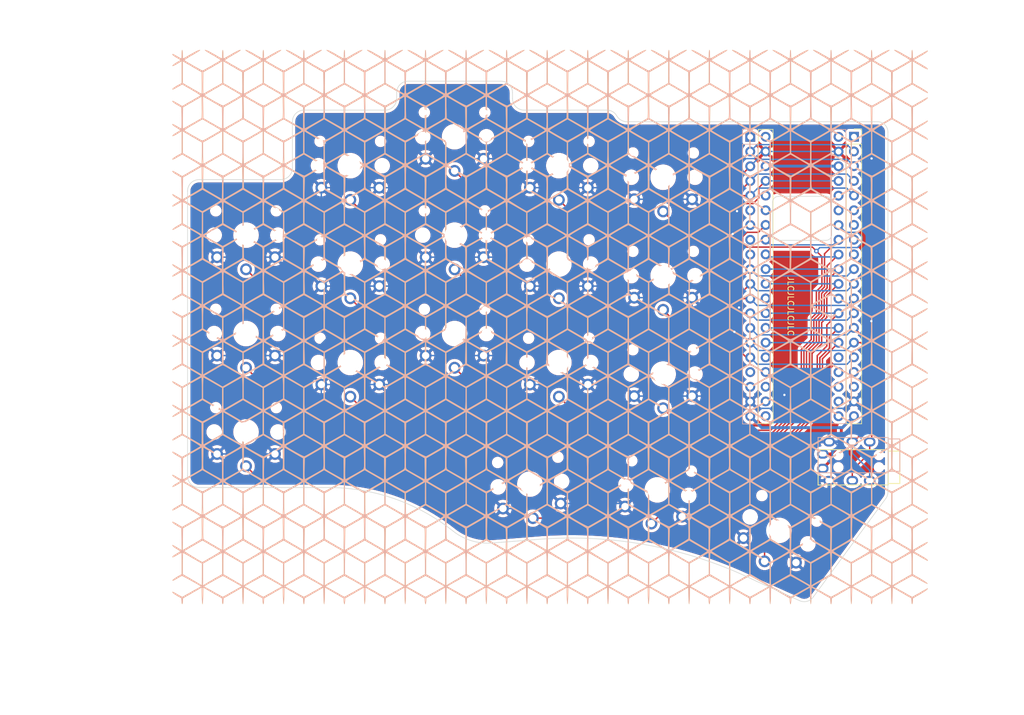
<source format=kicad_pcb>
(kicad_pcb (version 20211014) (generator pcbnew)
  (title_block (rev "rev1.0"))
  (layers (0 "F.Cu" signal) (31 "B.Cu" signal) (34 "B.Paste" user) (35 "F.Paste" user) (36 "B.SilkS" user "B.Silkscreen") (37 "F.SilkS" user "F.Silkscreen") (38 "B.Mask" user) (39 "F.Mask" user) (44 "Edge.Cuts" user))
  (net 0 "")
  (net 1 "+3V3")
  (net 2 "GND")
  (net 3 "/TX")
  (net 4 "/RX")
  (net 5 "/k00")
  (net 6 "/k01")
  (net 7 "/k02")
  (net 8 "/k03")
  (net 9 "/k04")
  (net 10 "/k05")
  (net 11 "/k10")
  (net 12 "/k11")
  (net 13 "/k12")
  (net 14 "/k13")
  (net 15 "/k14")
  (net 16 "/k15")
  (net 17 "/k20")
  (net 18 "/k21")
  (net 19 "/k22")
  (net 20 "/k23")
  (net 21 "/k24")
  (net 22 "/k25")
  (net 23 "/k30")
  (net 24 "/k31")
  (net 25 "/k32")
  (footprint "keyswitches:SW_PG1350_reversible" (layer "F.Cu") (at 164 94)
    (fp_text reference "K25" hide)
    (fp_text value "KEYSW")
  )
  (footprint "keyswitches:SW_PG1350_reversible" (layer "F.Cu") (at 146 92)
    (fp_text reference "K24" hide)
    (fp_text value "KEYSW")
  )
  (footprint "keyswitches:SW_PG1350_reversible" (layer "F.Cu") (at 92 104)
    (fp_text reference "K21" hide)
    (fp_text value "KEYSW")
  )
  (footprint "keyswitches:SW_PG1350_reversible" (layer "F.Cu") (at 110 58)
    (fp_text reference "K02" hide)
    (fp_text value "KEYSW")
  )
  (footprint "Footprints:iso_cubes" (layer "F.Cu") (at 144.75 86)
    (fp_text reference "G***" hide)
    (fp_text value "LOGO" hide)
  )
  (footprint "keyswitches:SW_PG1350_reversible" (layer "F.Cu") (at 146 58)
    (fp_text reference "K04" hide)
    (fp_text value "KEYSW")
  )
  (footprint "keyswitches:SW_PG1350_reversible" (layer "F.Cu") (at 110 75)
    (fp_text reference "K12" hide)
    (fp_text value "KEYSW")
  )
  (footprint "keyswitches:SW_PG1350_reversible" (layer "F.Cu") (at 141 113 5)
    (fp_text reference "K30" hide)
    (fp_text value "KEYSW")
  )
  (footprint "keyswitches:SW_PG1350_reversible" (layer "F.Cu") (at 92 70)
    (fp_text reference "K01" hide)
    (fp_text value "KEYSW")
  )
  (footprint "keyswitches:SW_PG1350_reversible" (layer "F.Cu") (at 146 75)
    (fp_text reference "K14" hide)
    (fp_text value "KEYSW")
  )
  (footprint "keyswitches:SW_PG1350_reversible" (layer "F.Cu") (at 128 87)
    (fp_text reference "K23" hide)
    (fp_text value "KEYSW")
  )
  (footprint "keyswitches:SW_PG1350_reversible" (layer "F.Cu") (at 128 53)
    (fp_text reference "K03" hide)
    (fp_text value "KEYSW")
  )
  (footprint "keyswitches:SW_PG1350_reversible" (layer "F.Cu") (at 110 92)
    (fp_text reference "K22" hide)
    (fp_text value "KEYSW")
  )
  (footprint "Keebio-Parts:TRRS-PJ-320A" (layer "F.Cu") (at 202.85 110.1 -90)
    (fp_text reference "J1" hide)
    (fp_text value "TRRS")
  )
  (footprint "keyswitches:SW_PG1350_reversible" (layer "F.Cu") (at 164 77)
    (fp_text reference "K15" hide)
    (fp_text value "KEYSW")
  )
  (footprint "keyswitches:SW_PG1350_reversible" (layer "F.Cu") (at 184 121 -25)
    (fp_text reference "K32" hide)
    (fp_text value "KEYSW")
  )
  (footprint "keyswitches:SW_PG1350_reversible" (layer "F.Cu") (at 92 87)
    (fp_text reference "K11" hide)
    (fp_text value "KEYSW")
  )
  (footprint "Footprints:YAAJ_WeAct_BlackPill_2" (layer "F.Cu") (at 179.155 53)
    (fp_text reference "U1" hide)
    (fp_text value "YAAJ_WeAct_BlackPill_Part_Like" hide)
  )
  (footprint "keyswitches:SW_PG1350_reversible" (layer "F.Cu") (at 164 60)
    (fp_text reference "K05" hide)
    (fp_text value "KEYSW")
  )
  (footprint "keyswitches:SW_PG1350_reversible" (layer "F.Cu") (at 128 70)
    (fp_text reference "K13" hide)
    (fp_text value "KEYSW")
  )
  (footprint "keyswitches:SW_PG1350_reversible" (layer "F.Cu") (at 163 114 -10)
    (fp_text reference "K31" hide)
    (fp_text value "KEYSW")
  )
  (gr_line (start 182.9 69.9) (end 182.9 64.3) (layer "Edge.Cuts") (width 0.1))
  (gr_arc (start 201 50.4) (mid 202.272792 50.927208) (end 202.8 52.2) (layer "Edge.Cuts") (width 0.1))
  (gr_arc (start 100 50.4) (mid 100.585786 48.985786) (end 102 48.4) (layer "Edge.Cuts") (width 0.1))
  (gr_line (start 83.9 113.6) (end 106.5 113.6) (layer "Edge.Cuts") (width 0.1))
  (gr_line (start 189.949999 132.449999) (end 202.434044 115.487896) (layer "Edge.Cuts") (width 0.1))
  (gr_arc (start 134.5 123.175) (mid 130.930967 122.788889) (end 127.75 121.125) (layer "Edge.Cuts") (width 0.1))
  (gr_arc (start 118 45.4) (mid 118.585786 43.985786) (end 120 43.4) (layer "Edge.Cuts") (width 0.1))
  (gr_line (start 192.1 70.9) (end 183.9 70.9) (layer "Edge.Cuts") (width 0.1))
  (gr_line (start 201 50.4) (end 157.750002 50.399998) (layer "Edge.Cuts") (width 0.1))
  (gr_arc (start 182.9 64.3) (mid 183.192893 63.592893) (end 183.9 63.3) (layer "Edge.Cuts") (width 0.1))
  (gr_line (start 118 45.4) (end 118 46.4) (layer "Edge.Cuts") (width 0.1))
  (gr_line (start 138 46.4) (end 138 45.4) (layer "Edge.Cuts") (width 0.1))
  (gr_arc (start 193.1 69.9) (mid 192.807107 70.607107) (end 192.1 70.9) (layer "Edge.Cuts") (width 0.1))
  (gr_line (start 193.092893 64.3) (end 193.1 69.9) (layer "Edge.Cuts") (width 0.1))
  (gr_arc (start 202.8 114.4) (mid 202.70606 114.973899) (end 202.434044 115.487896) (layer "Edge.Cuts") (width 0.1))
  (gr_line (start 100 50.4) (end 100 58.4) (layer "Edge.Cuts") (width 0.1))
  (gr_line (start 98 60.4) (end 83.9 60.4) (layer "Edge.Cuts") (width 0.1))
  (gr_arc (start 136 43.4) (mid 137.414214 43.985786) (end 138 45.4) (layer "Edge.Cuts") (width 0.1))
  (gr_arc (start 118 46.4) (mid 117.414214 47.814214) (end 116 48.4) (layer "Edge.Cuts") (width 0.1))
  (gr_arc (start 83.9 113.6) (mid 82.485786 113.014214) (end 81.9 111.6) (layer "Edge.Cuts") (width 0.1))
  (gr_line (start 202.8 114.4) (end 202.8 113.2) (layer "Edge.Cuts") (width 0.1))
  (gr_line (start 141.8 122.600001) (end 134.5 123.175) (layer "Edge.Cuts") (width 0.1))
  (gr_line (start 180.129399 129.8) (end 187.513868 133.121447) (layer "Edge.Cuts") (width 0.1))
  (gr_arc (start 140 48.4) (mid 138.585786 47.814214) (end 138 46.4) (layer "Edge.Cuts") (width 0.1))
  (gr_arc (start 157.750002 50.399998) (mid 156.742216 50.132373) (end 156 49.4) (layer "Edge.Cuts") (width 0.1))
  (gr_line (start 81.9 62.4) (end 81.9 111.6) (layer "Edge.Cuts") (width 0.1))
  (gr_arc (start 192.092893 63.3) (mid 192.8 63.592893) (end 193.092893 64.3) (layer "Edge.Cuts") (width 0.1))
  (gr_arc (start 183.9 70.9) (mid 183.192893 70.607107) (end 182.9 69.9) (layer "Edge.Cuts") (width 0.1))
  (gr_line (start 136 43.4) (end 120 43.4) (layer "Edge.Cuts") (width 0.1))
  (gr_arc (start 81.9 62.4) (mid 82.485786 60.985786) (end 83.9 60.4) (layer "Edge.Cuts") (width 0.1))
  (gr_arc (start 106.5 113.600001) (mid 117.756229 115.57996) (end 127.75 121.125) (layer "Edge.Cuts") (width 0.1))
  (gr_line (start 183.9 63.3) (end 192.092893 63.3) (layer "Edge.Cuts") (width 0.1))
  (gr_line (start 116 48.4) (end 102 48.4) (layer "Edge.Cuts") (width 0.1))
  (gr_arc (start 154.3 48.4) (mid 155.286154 48.668538) (end 156 49.4) (layer "Edge.Cuts") (width 0.1))
  (gr_line (start 202.8 113.2) (end 202.8 52.2) (layer "Edge.Cuts") (width 0.1))
  (gr_arc (start 100 58.4) (mid 99.414214 59.814214) (end 98 60.4) (layer "Edge.Cuts") (width 0.1))
  (gr_arc (start 189.949999 132.449999) (mid 188.858511 133.244969) (end 187.513868 133.121447) (layer "Edge.Cuts") (width 0.1))
  (gr_line (start 154.3 48.4) (end 140 48.4) (layer "Edge.Cuts") (width 0.1))
  (gr_arc (start 141.8 122.600001) (mid 161.459797 123.564333) (end 180.129399 129.8) (layer "Edge.Cuts") (width 0.1))
  (gr_text "JLCJLCJLCJLC" (at 186 82.25 270) (layer "F.SilkS") (effects (font (size 1 1))))
  (segment (start 193 107.8) (end 191.55 107.8) (width 0.5) (layer "F.Cu") (net 1))
  (segment (start 193 108.85) (end 191.55 110.3) (width 0.5) (layer "F.Cu") (net 1))
  (segment (start 194.75 103.445) (end 194.75 106.05) (width 0.5) (layer "F.Cu") (net 1))
  (segment (start 193.3 107.5) (end 193 107.8) (width 0.5) (layer "F.Cu") (net 1))
  (segment (start 196.935 101.26) (end 194.75 103.445) (width 0.5) (layer "F.Cu") (net 1))
  (segment (start 194.75 106.05) (end 193.3 107.5) (width 0.5) (layer "F.Cu") (net 1))
  (segment (start 193 107.8) (end 193 108.85) (width 0.5) (layer "F.Cu") (net 1))
  (segment (start 179.035 101.28) (end 181.005 103.25) (width 0.5) (layer "B.Cu") (net 1))
  (segment (start 194.945 103.25) (end 196.935 101.26) (width 0.5) (layer "B.Cu") (net 1))
  (segment (start 181.005 103.25) (end 194.945 103.25) (width 0.5) (layer "B.Cu") (net 1))
  (segment (start 181.695 58.08) (end 194.255 58.08) (width 0.5) (layer "B.Cu") (net 1))
  (segment (start 194.255 58.08) (end 194.275 58.1) (width 0.25) (layer "B.Cu") (net 1))
  (via (at 176.75 65.85) (size 0.8) (drill 0.4) (layers "F.Cu" "B.Cu") (net 2))
  (via (at 176.3 86.7) (size 0.8) (drill 0.4) (layers "F.Cu" "B.Cu") (net 2))
  (via (at 199.98 56.76) (size 0.8) (drill 0.4) (layers "F.Cu" "B.Cu") (net 2))
  (via (at 176 69.8) (size 0.8) (drill 0.4) (layers "F.Cu" "B.Cu") (net 2))
  (via (at 177.1 82.5) (size 0.8) (drill 0.4) (layers "F.Cu" "B.Cu") (net 2))
  (via (at 184.93 97.6) (size 0.8) (drill 0.4) (layers "F.Cu" "B.Cu") (net 2))
  (via (at 199.93 84.85) (size 0.8) (drill 0.4) (layers "F.Cu" "B.Cu") (net 2))
  (segment (start 136 56.8) (end 141 61.8) (width 0.25) (layer "B.Cu") (net 2))
  (segment (start 146.312165 116.349761) (end 156.89183 116.349761) (width 0.25) (layer "B.Cu") (net 2))
  (segment (start 194.255 55.54) (end 194.275 55.56) (width 0.25) (layer "B.Cu") (net 2))
  (segment (start 136.350218 117.221319) (end 145.440607 117.221319) (width 0.25) (layer "B.Cu") (net 2))
  (segment (start 97 90.8) (end 100 90.8) (width 0.25) (layer "B.Cu") (net 2))
  (segment (start 115 78.8) (end 118 78.8) (width 0.25) (layer "B.Cu") (net 2))
  (segment (start 192.664511 99.914511) (end 195.740489 99.914511) (width 0.25) (layer "B.Cu") (net 2))
  (segment (start 115 95.8) (end 118 95.8) (width 0.25) (layer "B.Cu") (net 2))
  (segment (start 195.740489 99.914511) (end 196.935 98.72) (width 0.25) (layer "B.Cu") (net 2))
  (segment (start 196.10601 103.75) (end 197.25 103.75) (width 0.25) (layer "B.Cu") (net 2))
  (segment (start 87 107.8) (end 97 107.8) (width 0.25) (layer "B.Cu") (net 2))
  (segment (start 194.15601 105.7) (end 192.65 105.7) (width 0.25) (layer "B.Cu") (net 2))
  (segment (start 107.7 86.110114) (end 101.75 92.060114) (width 0.25) (layer "B.Cu") (net 2))
  (segment (start 136 90.8) (end 141 95.8) (width 0.25) (layer "B.Cu") (net 2))
  (segment (start 193.6 112.4) (end 192.65 112.4) (width 0.25) (layer "B.Cu") (net 2))
  (segment (start 154.55 78.7) (end 154.45 78.8) (width 0.25) (layer "B.Cu") (net 2))
  (segment (start 151 61.8) (end 154.55 61.8) (width 0.25) (layer "B.Cu") (net 2))
  (segment (start 157 78.8) (end 159 80.8) (width 0.25) (layer "B.Cu") (net 2))
  (segment (start 118 78.8) (end 123 73.8) (width 0.25) (layer "B.Cu") (net 2))
  (segment (start 141 78.8) (end 151 78.8) (width 0.25) (layer "B.Cu") (net 2))
  (segment (start 97 73.8) (end 105 65.8) (width 0.25) (layer "B.Cu") (net 2))
  (segment (start 155.55 95.8) (end 157 95.8) (width 0.25) (layer "B.Cu") (net 2))
  (segment (start 159 63.8) (end 169 63.8) (width 0.25) (layer "B.Cu") (net 2))
  (segment (start 195.5 110.5) (end 195.5 107.7) (width 0.25) (layer "B.Cu") (net 2))
  (segment (start 189.25 119.25) (end 184.434264 124.065736) (width 0.25) (layer "B.Cu") (net 2))
  (segment (start 154.55 61.8) (end 154.55 78.7) (width 0.25) (layer "B.Cu") (net 2))
  (segment (start 101.689886 92.060114) (end 101.475 92.275) (width 0.25) (layer "B.Cu") (net 2))
  (segment (start 133 73.8) (end 136 73.8) (width 0.25) (layer "B.Cu") (net 2))
  (segment (start 118 95.8) (end 123 90.8) (width 0.25) (layer "B.Cu") (net 2))
  (segment (start 178.095 97.8) (end 179.035 98.74) (width 0.25) (layer "B.Cu") (net 2))
  (segment (start 180.209511 99.914511) (end 192.664511 99.914511) (width 0.25) (layer "B.Cu") (net 2))
  (segment (start 105 65.8) (end 105 61.8) (width 0.25) (layer "B.Cu") (net 2))
  (segment (start 195.5 107.7) (end 193.5 105.7) (width 0.25) (layer "B.Cu") (net 2))
  (segment (start 189.25 116.85) (end 192.65 113.45) (width 0.25) (layer "B.Cu") (net 2))
  (segment (start 87 73.8) (end 97 73.8) (width 0.25) (layer "B.Cu") (net 2))
  (segment (start 105 95.8) (end 115 95.8) (width 0.25) (layer "B.Cu") (net 2))
  (segment (start 100 73.8) (end 105 78.8) (width 0.25) (layer "B.Cu") (net 2))
  (segment (start 172.13949 118.61051) (end 172.13949 105.63551) (width 0.25) (layer "B.Cu") (net 2))
  (segment (start 169 63.8) (end 176.03 56.77) (width 0.25) (layer "B.Cu") (net 2))
  (segment (start 165.527695 116.874029) (end 167.264176 118.61051) (width 0.25) (layer "B.Cu") (net 2))
  (segment (start 87 90.8) (end 97 90.8) (width 0.25) (layer "B.Cu") (net 2))
  (segment (start 100 90.8) (end 101.475 92.275) (width 0.25) (layer "B.Cu") (net 2))
  (segment (start 174.142144 118.61051) (end 177.862512 122.330878) (width 0.25) (layer "B.Cu") (net 2))
  (segment (start 123 90.8) (end 133 90.8) (width 0.25) (layer "B.Cu") (net 2))
  (segment (start 105 99.8) (end 105 95.8) (width 0.25) (layer "B.Cu") (net 2))
  (segment (start 155.55 78.8) (end 155.55 95.8) (width 0.25) (layer "B.Cu") (net 2))
  (segment (start 101.475 92.275) (end 105 95.8) (width 0.25) (layer "B.Cu") (net 2))
  (segment (start 157 95.8) (end 159 97.8) (width 0.25) (layer "B.Cu") (net 2))
  (segment (start 151 95.8) (end 155.55 95.8) (width 0.25) (layer "B.Cu") (net 2))
  (segment (start 107.7 78.8) (end 107.7 86.110114) (width 0.25) (layer "B.Cu") (net 2))
  (segment (start 179.729282 56.77) (end 180.959282 55.54) (width 0.25) (layer "B.Cu") (net 2))
  (segment (start 169 83.5) (end 174.55 89.05) (width 0.25) (layer "B.Cu") (net 2))
  (segment (start 97 73.8) (end 100 73.8) (width 0.25) (layer "B.Cu") (net 2))
  (segment (start 157 61.8) (end 159 63.8) (width 0.25) (layer "B.Cu") (net 2))
  (segment (start 193.5 105.7) (end 192.65 105.7) (width 0.25) (layer "B.Cu") (net 2))
  (segment (start 198.75 100.535) (end 196.935 98.72) (width 0.25) (layer "B.Cu") (net 2))
  (segment (start 101.75 92.060114) (end 101.689886 92.060114) (width 0.25) (layer "B.Cu") (net 2))
  (segment (start 181.695 55.54) (end 194.255 55.54) (width 0.25) (layer "B.Cu") (net 2))
  (segment (start 192.65 113.45) (end 192.65 112.4) (width 0.25) (layer "B.Cu") (net 2))
  (segment (start 141 95.8) (end 151 95.8) (width 0.25) (layer "B.Cu") (net 2))
  (segment (start 167.264176 118.61051) (end 172.13949 118.61051) (width 0.25) (layer "B.Cu") (net 2))
  (segment (start 169 80.8) (end 169 83.5) (width 0.25) (layer "B.Cu") (net 2))
  (segment (start 157.416098 116.874029) (end 165.527695 116.874029) (width 0.25) (layer "B.Cu") (net 2))
  (segment (start 123 56.8) (end 133 56.8) (width 0.25) (layer "B.Cu") (net 2))
  (segment (start 136 73.8) (end 141 78.8) (width 0.25) (layer "B.Cu") (net 2))
  (segment (start 145.440607 117.221319) (end 146.312165 116.349761) (width 0.25) (layer "B.Cu") (net 2))
  (segment (start 184.434264 124.065736) (end 186.92559 126.557061) (width 0.25) (layer "B.Cu") (net 2))
  (segment (start 172.13949 105.63551) (end 179.035 98.74) (width 0.25) (layer "B.Cu") (net 2))
  (segment (start 172.13949 118.61051) (end 174.142144 118.61051) (width 0.25) (layer "B.Cu") (net 2))
  (segment (start 141 61.8) (end 151 61.8) (width 0.25) (layer "B.Cu") (net 2))
  (segment (start 154.45 78.8) (end 155.55 78.8) (width 0.25) (layer "B.Cu") (net 2))
  (segment (start 195.5 110.5) (end 193.6 112.4) (width 0.25) (layer "B.Cu") (net 2))
  (segment (start 174.55 97.8) (end 178.095 97.8) (width 0.25) (layer "B.Cu") (net 2))
  (segment (start 151 78.8) (end 154.45 78.8) (width 0.25) (layer "B.Cu") (net 2))
  (segment (start 154.55 61.8) (end 157 61.8) (width 0.25) (layer "B.Cu") (net 2))
  (segment (start 193.2 112.3) (end 192.6625 112.3) (width 0.25) (layer "B.Cu") (net 2))
  (segment (start 177.862512 122.330878) (end 178.878511 123.346877) (width 0.25) (layer "B.Cu") (net 2))
  (segment (start 174.55 89.05) (end 174.55 97.8) (width 0.25) (layer "B.Cu") (net 2))
  (segment (start 169 97.8) (end 174.55 97.8) (width 0.25) (layer "B.Cu") (net 2))
  (segment (start 196.10601 103.75) (end 194.15601 105.7) (width 0.25) (layer "B.Cu") (net 2))
  (segment (start 118 61.8) (end 123 56.8) (width 0.25) (layer "B.Cu") (net 2))
  (segment (start 156.89183 116.349761) (end 157.416098 116.874029) (width 0.25) (layer "B.Cu") (net 2))
  (segment (start 105 61.8) (end 115 61.8) (width 0.25) (layer "B.Cu") (net 2))
  (segment (start 179.035 98.74) (end 180.209511 99.914511) (width 0.25) (layer "B.Cu") (net 2))
  (segment (start 178.878511 123.346877) (end 183.715406 123.346877) (width 0.25) (layer "B.Cu") (net 2))
  (segment (start 192.65 99.929022) (end 192.664511 99.914511) (width 0.25) (layer "B.Cu") (net 2))
  (segment (start 155.55 78.8) (end 157 78.8) (width 0.25) (layer "B.Cu") (net 2))
  (segment (start 107.7 78.8) (end 115 78.8) (width 0.25) (layer "B.Cu") (net 2))
  (segment (start 123 73.8) (end 133 73.8) (width 0.25) (layer "B.Cu") (net 2))
  (segment (start 159 97.8) (end 169 97.8) (width 0.25) (layer "B.Cu") (net 2))
  (segment (start 115 61.8) (end 118 61.8) (width 0.25) (layer "B.Cu") (net 2))
  (segment (start 183.715406 123.346877) (end 184.434264 124.065736) (width 0.25) (layer "B.Cu") (net 2))
  (segment (start 180.959282 55.54) (end 181.695 55.54) (width 0.25) (layer "B.Cu") (net 2))
  (segment (start 133 90.8) (end 136 90.8) (width 0.25) (layer "B.Cu") (net 2))
  (segment (start 189.25 116.85) (end 189.25 119.25) (width 0.25) (layer "B.Cu") (net 2))
  (segment (start 159 80.8) (end 169 80.8) (width 0.25) (layer "B.Cu") (net 2))
  (segment (start 197.25 103.75) (end 198.75 102.25) (width 0.25) (layer "B.Cu") (net 2))
  (segment (start 198.75 102.25) (end 198.75 100.535) (width 0.25) (layer "B.Cu") (net 2))
  (segment (start 133 56.8) (end 136 56.8) (width 0.25) (layer "B.Cu") (net 2))
  (segment (start 176.03 56.77) (end 179.729282 56.77) (width 0.25) (layer "B.Cu") (net 2))
  (segment (start 105 78.8) (end 107.7 78.8) (width 0.25) (layer "B.Cu") (net 2))
  (segment (start 97 107.8) (end 105 99.8) (width 0.25) (layer "B.Cu") (net 2))
  (segment (start 200 105.35) (end 199.65 105.7) (width 0.25) (layer "F.Cu") (net 3))
  (segment (start 196.65 110.6) (end 196.65 112.4) (width 0.25) (layer "F.Cu") (net 3))
  (segment (start 199.65 107.6) (end 199.65 105.7) (width 0.25) (layer "F.Cu") (net 3))
  (segment (start 199.65 107.6) (end 196.65 110.6) (width 0.25) (layer "F.Cu") (net 3))
  (segment (start 196.935 86.02) (end 200 89.085) (width 0.25) (layer "F.Cu") (net 3))
  (segment (start 200 89.085) (end 200 105.35) (width 0.25) (layer "F.Cu") (net 3))
  (segment (start 193.786995 87.213005) (end 193.788501 87.214511) (width 0.25) (layer "B.Cu") (net 3))
  (segment (start 179.035 86.04) (end 180.208005 87.213005) (width 0.25) (layer "B.Cu") (net 3))
  (segment (start 195.740489 87.214511) (end 196.935 86.02) (width 0.25) (layer "B.Cu") (net 3))
  (segment (start 193.788501 87.214511) (end 195.740489 87.214511) (width 0.25) (layer "B.Cu") (net 3))
  (segment (start 180.208005 87.213005) (end 193.786995 87.213005) (width 0.25) (layer "B.Cu") (net 3))
  (segment (start 198.11 88.56) (end 199.55048 90.00048) (width 0.25) (layer "F.Cu") (net 4))
  (segment (start 199.55048 90.00048) (end 199.55048 102.99952) (width 0.25) (layer "F.Cu") (net 4))
  (segment (start 199.55048 102.99952) (end 196.85 105.7) (width 0.25) (layer "F.Cu") (net 4))
  (segment (start 196.935 88.56) (end 198.11 88.56) (width 0.25) (layer "F.Cu") (net 4))
  (segment (start 196.85 105.7) (end 196.65 105.7) (width 0.25) (layer "F.Cu") (net 4))
  (segment (start 199.65 110.65) (end 199.65 112.4) (width 0.25) (layer "B.Cu") (net 4))
  (segment (start 196.65 107.65) (end 199.65 110.65) (width 0.25) (layer "B.Cu") (net 4))
  (segment (start 180.380489 89.925489) (end 195.569511 89.925489) (width 0.25) (layer "B.Cu") (net 4))
  (segment (start 196.65 105.7) (end 196.65 107.65) (width 0.25) (layer "B.Cu") (net 4))
  (segment (start 179.035 88.58) (end 180.380489 89.925489) (width 0.25) (layer "B.Cu") (net 4))
  (segment (start 195.569511 89.925489) (end 196.935 88.56) (width 0.25) (layer "B.Cu") (net 4))
  (segment (start 115.385718 66.5) (end 106 66.5) (width 0.25) (layer "F.Cu") (net 6))
  (segment (start 180.5 63.566988) (end 179.521499 64.545489) (width 0.25) (layer "F.Cu") (net 6))
  (segment (start 101.25 73.75) (end 97.19952 77.80048) (width 0.25) (layer "F.Cu") (net 6))
  (segment (start 176.400947 64.545489) (end 171.496915 69.44952) (width 0.25) (layer "F.Cu") (net 6))
  (segment (start 181.695 60.62) (end 180.5 61.815) (width 0.25) (layer "F.Cu") (net 6))
  (segment (start 180.5 61.815) (end 180.5 63.566988) (width 0.25) (layer "F.Cu") (net 6))
  (segment (start 97.19952 77.80048) (end 94.90048 77.80048) (width 0.25) (layer "F.Cu") (net 6))
  (segment (start 141.067859 66.817859) (end 136.69952 62.44952) (width 0.25) (layer "F.Cu") (net 6))
  (segment (start 156.682141 66.817859) (end 141.067859 66.817859) (width 0.25) (layer "F.Cu") (net 6))
  (segment (start 179.521499 64.545489) (end 176.400947 64.545489) (width 0.25) (layer "F.Cu") (net 6))
  (segment (start 93.9 77.8) (end 92 75.9) (width 0.25) (layer "F.Cu") (net 6))
  (segment (start 94.90048 77.80048) (end 94.9 77.8) (width 0.25) (layer "F.Cu") (net 6))
  (segment (start 106 66.5) (end 101.25 71.25) (width 0.25) (layer "F.Cu") (net 6))
  (segment (start 101.25 71.25) (end 101.25 73.75) (width 0.25) (layer "F.Cu") (net 6))
  (segment (start 119.436198 62.44952) (end 115.385718 66.5) (width 0.25) (layer "F.Cu") (net 6))
  (segment (start 94.9 77.8) (end 93.9 77.8) (width 0.25) (layer "F.Cu") (net 6))
  (segment (start 136.69952 62.44952) (end 119.436198 62.44952) (width 0.25) (layer "F.Cu") (net 6))
  (segment (start 171.496915 69.44952) (end 159.313803 69.44952) (width 0.25) (layer "F.Cu") (net 6))
  (segment (start 159.313803 69.44952) (end 156.682141 66.817859) (width 0.25) (layer "F.Cu") (net 6))
  (segment (start 194.255 60.62) (end 194.275 60.64) (width 0.25) (layer "B.Cu") (net 6))
  (segment (start 181.695 60.62) (end 194.255 60.62) (width 0.25) (layer "B.Cu") (net 6))
  (segment (start 112.1 66) (end 110 63.9) (width 0.25) (layer "F.Cu") (net 7))
  (segment (start 115.25 66) (end 112.1 66) (width 0.25) (layer "F.Cu") (net 7))
  (segment (start 141.25 66.25) (end 137 62) (width 0.25) (layer "F.Cu") (net 7))
  (segment (start 159.5 69) (end 156.75 66.25) (width 0.25) (layer "F.Cu") (net 7))
  (segment (start 156.75 66.25) (end 141.25 66.25) (width 0.25) (layer "F.Cu") (net 7))
  (segment (start 137 62) (end 119.25 62) (width 0.25) (layer "F.Cu") (net 7))
  (segment (start 177.130718 63.18) (end 171.310718 69) (width 0.25) (layer "F.Cu") (net 7))
  (segment (start 119.25 62) (end 115.25 66) (width 0.25) (layer "F.Cu") (net 7))
  (segment (start 179.035 63.18) (end 177.130718 63.18) (width 0.25) (layer "F.Cu") (net 7))
  (segment (start 171.310718 69) (end 159.5 69) (width 0.25) (layer "F.Cu") (net 7))
  (segment (start 180.345 61.87) (end 195.645 61.87) (width 0.25) (layer "B.Cu") (net 7))
  (segment (start 179.035 63.18) (end 180.345 61.87) (width 0.25) (layer "B.Cu") (net 7))
  (segment (start 195.645 61.87) (end 196.935 63.16) (width 0.25) (layer "B.Cu") (net 7))
  (segment (start 157 65.75) (end 141.5 65.75) (width 0.25) (layer "F.Cu") (net 8))
  (segment (start 137.3 61.55) (end 130.65 61.55) (width 0.25) (layer "F.Cu") (net 8))
  (segment (start 141.5 65.75) (end 137.3 61.55) (width 0.25) (layer "F.Cu") (net 8))
  (segment (start 179.035 60.64) (end 171.175 68.5) (width 0.25) (layer "F.Cu") (net 8))
  (segment (start 171.175 68.5) (end 159.75 68.5) (width 0.25) (layer "F.Cu") (net 8))
  (segment (start 159.75 68.5) (end 157 65.75) (width 0.25) (layer "F.Cu") (net 8))
  (segment (start 130.65 61.55) (end 128 58.9) (width 0.25) (layer "F.Cu") (net 8))
  (segment (start 179.035 60.64) (end 180.229511 59.445489) (width 0.25) (layer "B.Cu") (net 8))
  (segment (start 180.229511 59.445489) (end 195.760489 59.445489) (width 0.25) (layer "B.Cu") (net 8))
  (segment (start 195.760489 59.445489) (end 196.935 60.62) (width 0.25) (layer "B.Cu") (net 8))
  (segment (start 177.3 59.835) (end 177.3 61.739282) (width 0.25) (layer "F.Cu") (net 9))
  (segment (start 147.35 65.25) (end 146 63.9) (width 0.25) (layer "F.Cu") (net 9))
  (segment (start 179.035 58.1) (end 177.3 59.835) (width 0.25) (layer "F.Cu") (net 9))
  (segment (start 160 68) (end 157.25 65.25) (width 0.25) (layer "F.Cu") (net 9))
  (segment (start 177.3 61.739282) (end 171.039282 68) (width 0.25) (layer "F.Cu") (net 9))
  (segment (start 157.25 65.25) (end 147.35 65.25) (width 0.25) (layer "F.Cu") (net 9))
  (segment (start 171.039282 68) (end 160 68) (width 0.25) (layer "F.Cu") (net 9))
  (segment (start 179.035 58.1) (end 180.229511 56.905489) (width 0.25) (layer "B.Cu") (net 9))
  (segment (start 195.760489 56.905489) (end 196.935 58.08) (width 0.25) (layer "B.Cu") (net 9))
  (segment (start 180.229511 56.905489) (end 195.760489 56.905489) (width 0.25) (layer "B.Cu") (net 9))
  (segment (start 176.85048 57.74452) (end 176.85048 61.553084) (width 0.25) (layer "F.Cu") (net 10))
  (segment (start 179.035 55.56) (end 176.85048 57.74452) (width 0.25) (layer "F.Cu") (net 10))
  (segment (start 176.85048 61.553084) (end 170.853084 67.55048) (width 0.25) (layer "F.Cu") (net 10))
  (segment (start 170.853084 67.55048) (end 165.65048 67.55048) (width 0.25) (layer "F.Cu") (net 10))
  (segment (start 165.65048 67.55048) (end 164 65.9) (width 0.25) (layer "F.Cu") (net 10))
  (segment (start 179.035 55.56) (end 180.229511 54.365489) (width 0.25) (layer "B.Cu") (net 10))
  (segment (start 195.760489 54.365489) (end 196.935 55.54) (width 0.25) (layer "B.Cu") (net 10))
  (segment (start 180.229511 54.365489) (end 195.760489 54.365489) (width 0.25) (layer "B.Cu") (net 10))
  (segment (start 173.18952 85.94952) (end 142.813802 85.94952) (width 0.25) (layer "F.Cu") (net 12))
  (segment (start 100.30048 91.813802) (end 97.813802 94.30048) (width 0.25) (layer "F.Cu") (net 12))
  (segment (start 93.40048 94.30048) (end 92 92.9) (width 0.25) (layer "F.Cu") (net 12))
  (segment (start 118.067859 79.067859) (end 113.885718 83.25) (width 0.25) (layer "F.Cu") (net 12))
  (segment (start 179.035 91.12) (end 178.36 91.12) (width 0.25) (layer "F.Cu") (net 12))
  (segment (start 100.30048 88.949521) (end 100.30048 91.813802) (width 0.25) (layer "F.Cu") (net 12))
  (segment (start 135.932141 79.067859) (end 118.067859 79.067859) (width 0.25) (layer "F.Cu") (net 12))
  (segment (start 142.813802 85.94952) (end 135.932141 79.067859) (width 0.25) (layer "F.Cu") (net 12))
  (segment (start 106 83.25) (end 100.30048 88.949521) (width 0.25) (layer "F.Cu") (net 12))
  (segment (start 178.36 91.12) (end 173.18952 85.94952) (width 0.25) (layer "F.Cu") (net 12))
  (segment (start 97.813802 94.30048) (end 93.40048 94.30048) (width 0.25) (layer "F.Cu") (net 12))
  (segment (start 113.885718 83.25) (end 106 83.25) (width 0.25) (layer "F.Cu") (net 12))
  (segment (start 195.740489 92.294511) (end 196.935 91.1) (width 0.25) (layer "B.Cu") (net 12))
  (segment (start 180.209511 92.294511) (end 195.740489 92.294511) (width 0.25) (layer "B.Cu") (net 12))
  (segment (start 179.035 91.12) (end 180.209511 92.294511) (width 0.25) (layer "B.Cu") (net 12))
  (segment (start 175.226436 83.5) (end 173.226435 85.5) (width 0.25) (layer "F.Cu") (net 13))
  (segment (start 143 85.5) (end 136 78.5) (width 0.25) (layer "F.Cu") (net 13))
  (segment (start 111.75 82.65) (end 110 80.9) (width 0.25) (layer "F.Cu") (net 13))
  (segment (start 179.035 83.5) (end 175.226436 83.5) (width 0.25) (layer "F.Cu") (net 13))
  (segment (start 113.85 82.65) (end 111.75 82.65) (width 0.25) (layer "F.Cu") (net 13))
  (segment (start 136 78.5) (end 118 78.5) (width 0.25) (layer "F.Cu") (net 13))
  (segment (start 173.226435 85.5) (end 143 85.5) (width 0.25) (layer "F.Cu") (net 13))
  (segment (start 118 78.5) (end 113.85 82.65) (width 0.25) (layer "F.Cu") (net 13))
  (segment (start 195.740489 84.674511) (end 196.935 83.48) (width 0.25) (layer "B.Cu") (net 13))
  (segment (start 179.035 83.5) (end 180.209511 84.674511) (width 0.25) (layer "B.Cu") (net 13))
  (segment (start 180.209511 84.674511) (end 195.740489 84.674511) (width 0.25) (layer "B.Cu") (net 13))
  (segment (start 143.25 85) (end 136.30048 78.05048) (width 0.25) (layer "F.Cu") (net 14))
  (segment (start 136.30048 78.05048) (end 130.15048 78.05048) (width 0.25) (layer "F.Cu") (net 14))
  (segment (start 177.130718 80.96) (end 173.090718 85) (width 0.25) (layer "F.Cu") (net 14))
  (segment (start 179.035 80.96) (end 177.130718 80.96) (width 0.25) (layer "F.Cu") (net 14))
  (segment (start 130.15048 78.05048) (end 128 75.9) (width 0.25) (layer "F.Cu") (net 14))
  (segment (start 173.090718 85) (end 143.25 85) (width 0.25) (layer "F.Cu") (net 14))
  (segment (start 179.035 80.96) (end 180.209511 82.134511) (width 0.25) (layer "B.Cu") (net 14))
  (segment (start 180.209511 82.134511) (end 195.740489 82.134511) (width 0.25) (layer "B.Cu") (net 14))
  (segment (start 195.740489 82.134511) (end 196.935 80.94) (width 0.25) (layer "B.Cu") (net 14))
  (segment (start 149.6 84.5) (end 146 80.9) (width 0.25) (layer "F.Cu") (net 15))
  (segment (start 179.035 78.42) (end 172.955 84.5) (width 0.25) (layer "F.Cu") (net 15))
  (segment (start 172.955 84.5) (end 149.6 84.5) (width 0.25) (layer "F.Cu") (net 15))
  (segment (start 195.740489 79.594511) (end 196.935 78.4) (width 0.25) (layer "B.Cu") (net 15))
  (segment (start 180.209511 79.594511) (end 195.740489 79.594511) (width 0.25) (layer "B.Cu") (net 15))
  (segment (start 179.035 78.42) (end 180.209511 79.594511) (width 0.25) (layer "B.Cu") (net 15))
  (segment (start 165.15048 84.05048) (end 164 82.9) (width 0.25) (layer "F.Cu") (net 16))
  (segment (start 177.4 79.419282) (end 172.768802 84.05048) (width 0.25) (layer "F.Cu") (net 16))
  (segment (start 177.4 77.515) (end 177.4 79.419282) (width 0.25) (layer "F.Cu") (net 16))
  (segment (start 172.768802 84.05048) (end 165.15048 84.05048) (width 0.25) (layer "F.Cu") (net 16))
  (segment (start 179.035 75.88) (end 177.4 77.515) (width 0.25) (layer "F.Cu") (net 16))
  (segment (start 179.035 75.88) (end 180.189511 77.034511) (width 0.25) (layer "B.Cu") (net 16))
  (segment (start 195.740489 77.054511) (end 196.935 75.86) (width 0.25) (layer "B.Cu") (net 16))
  (segment (start 192.275009 77.034511) (end 192.295009 77.054511) (width 0.25) (layer "B.Cu") (net 16))
  (segment (start 180.189511 77.034511) (end 192.275009 77.034511) (width 0.25) (layer "B.Cu") (net 16))
  (segment (start 192.295009 77.054511) (end 195.740489 77.054511) (width 0.25) (layer "B.Cu") (net 16))
  (segment (start 194.255 80.94) (end 194.275 80.96) (width 0.25) (layer "B.Cu") (net 17))
  (segment (start 191.361081 85.103202) (end 191.361081 88.777604) (width 0.25) (layer "F.Cu") (net 18))
  (segment (start 191.361081 88.777604) (end 189.70192 90.436765) (width 0.25) (layer "F.Cu") (net 18))
  (segment (start 183.457128 105.5) (end 139.25 105.5) (width 0.25) (layer "F.Cu") (net 18))
  (segment (start 135.25 101.5) (end 108 101.5) (width 0.25) (layer "F.Cu") (net 18))
  (segment (start 189.70192 99.255208) (end 183.457128 105.5) (width 0.25) (layer "F.Cu") (net 18))
  (segment (start 108 101.5) (end 98.44952 111.05048) (width 0.25) (layer "F.Cu") (net 18))
  (segment (start 139.25 105.5) (end 135.25 101.5) (width 0.25) (layer "F.Cu") (net 18))
  (segment (start 194.275 78.42) (end 192.25048 80.44452) (width 0.25) (layer "F.Cu") (net 18))
  (segment (start 93.15048 111.05048) (end 92 109.9) (width 0.25) (layer "F.Cu") (net 18))
  (segment (start 192.25048 84.213802) (end 191.361081 85.103202) (width 0.25) (layer "F.Cu") (net 18))
  (segment (start 189.70192 90.436765) (end 189.70192 99.255208) (width 0.25) (layer "F.Cu") (net 18))
  (segment (start 98.44952 111.05048) (end 93.15048 111.05048) (width 0.25) (layer "F.Cu") (net 18))
  (segment (start 192.25048 80.44452) (end 192.25048 84.213802) (width 0.25) (layer "F.Cu") (net 18))
  (segment (start 194.255 78.4) (end 194.275 78.42) (width 0.25) (layer "B.Cu") (net 18))
  (segment (start 181.695 78.4) (end 194.255 78.4) (width 0.25) (layer "B.Cu") (net 18))
  (segment (start 135.436197 101.05048) (end 113.15048 101.05048) (width 0.25) (layer "F.Cu") (net 19))
  (segment (start 192.754641 77.400359) (end 192.754641 79.304641) (width 0.25) (layer "F.Cu") (net 19))
  (segment (start 139.436197 105.05048) (end 135.436197 101.05048) (width 0.25) (layer "F.Cu") (net 19))
  (segment (start 191.80096 84.027605) (end 190.911562 84.917003) (width 0.25) (layer "F.Cu") (net 19))
  (segment (start 190.911562 84.917003) (end 190.911561 88.591406) (width 0.25) (layer "F.Cu") (net 19))
  (segment (start 189.25 90.252967) (end 189.25 99) (width 0.25) (layer "F.Cu") (net 19))
  (segment (start 113.15048 101.05048) (end 110 97.9) (width 0.25) (layer "F.Cu") (net 19))
  (segment (start 183.19952 105.05048) (end 139.436197 105.05048) (width 0.25) (layer "F.Cu") (net 19))
  (segment (start 189.25 99) (end 183.19952 105.05048) (width 0.25) (layer "F.Cu") (net 19))
  (segment (start 191.80096 80.258323) (end 191.80096 84.027605) (width 0.25) (layer "F.Cu") (net 19))
  (segment (start 190.911561 88.591406) (end 189.25 90.252967) (width 0.25) (layer "F.Cu") (net 19))
  (segment (start 194.275 75.88) (end 192.754641 77.400359) (width 0.25) (layer "F.Cu") (net 19))
  (segment (start 192.754641 79.304641) (end 191.80096 80.258323) (width 0.25) (layer "F.Cu") (net 19))
  (segment (start 194.255 75.86) (end 194.275 75.88) (width 0.25) (layer "B.Cu") (net 19))
  (segment (start 181.695 75.86) (end 194.255 75.86) (width 0.25) (layer "B.Cu") (net 19))
  (segment (start 194.275 73.34) (end 192.305121 75.309879) (width 0.25) (layer "F.Cu") (net 20))
  (segment (start 192.305121 79.118444) (end 191.35144 80.072126) (width 0.25) (layer "F.Cu") (net 20))
  (segment (start 191.35144 80.072126) (end 191.35144 83.841407) (width 0.25) (layer "F.Cu") (net 20))
  (segment (start 183.013322 104.60096) (end 139.70096 104.60096) (width 0.25) (layer "F.Cu") (net 20))
  (segment (start 192.305121 75.309879) (end 192.305121 79.118444) (width 0.25) (layer "F.Cu") (net 20))
  (segment (start 188.75 90.117249) (end 188.75 98.864282) (width 0.25) (layer "F.Cu") (net 20))
  (segment (start 190.462042 84.730806) (end 190.462042 88.405207) (width 0.25) (layer "F.Cu") (net 20))
  (segment (start 190.462042 88.405207) (end 188.75 90.117249) (width 0.25) (layer "F.Cu") (net 20))
  (segment (start 139.70096 104.60096) (end 128 92.9) (width 0.25) (layer "F.Cu") (net 20))
  (segment (start 191.35144 83.841407) (end 190.462042 84.730806) (width 0.25) (layer "F.Cu") (net 20))
  (segment (start 188.75 98.864282) (end 183.013322 104.60096) (width 0.25) (layer "F.Cu") (net 20))
  (segment (start 181.695 73.32) (end 182.135 73.76) (width 0.25) (layer "B.Cu") (net 20))
  (segment (start 182.135 73.76) (end 193.855 73.76) (width 0.25) (layer "B.Cu") (net 20))
  (segment (start 193.855 73.76) (end 194.275 73.34) (width 0.25) (layer "B.Cu") (net 20))
  (segment (start 190.012523 84.544607) (end 190.012522 88.219009) (width 0.25) (layer "F.Cu") (net 21))
  (segment (start 152.25144 104.15144) (end 146 97.9) (width 0.25) (layer "F.Cu") (net 21))
  (segment (start 182.827124 104.15144) (end 152.25144 104.15144) (width 0.25) (layer "F.Cu") (net 21))
  (segment (start 188.30048 98.678084) (end 182.827124 104.15144) (width 0.25) (layer "F.Cu") (net 21))
  (segment (start 194.275 70.8) (end 191.855601 73.219399) (width 0.25) (layer "F.Cu") (net 21))
  (segment (start 190.90192 83.65521) (end 190.012523 84.544607) (width 0.25) (layer "F.Cu") (net 21))
  (segment (start 191.855601 73.219399) (end 191.855601 78.932247) (width 0.25) (layer "F.Cu") (net 21))
  (segment (start 190.012522 88.219009) (end 188.30048 89.931052) (width 0.25) (layer "F.Cu") (net 21))
  (segment (start 191.855601 78.932247) (end 190.901921 79.885927) (width 0.25) (layer "F.Cu") (net 21))
  (segment (start 190.901921 79.885927) (end 190.90192 83.65521) (width 0.25) (layer "F.Cu") (net 21))
  (segment (start 188.30048 89.931052) (end 188.30048 98.678084) (width 0.25) (layer "F.Cu") (net 21))
  (segment (start 193.395 71.68) (end 194.275 70.8) (width 0.25) (layer "B.Cu") (net 21))
  (segment (start 182.595 71.68) (end 193.395 71.68) (width 0.25) (layer "B.Cu") (net 21))
  (segment (start 194.255 70.78) (end 194.275 70.8) (width 0.25) (layer "B.Cu") (net 21))
  (segment (start 181.695 70.78) (end 182.595 71.68) (width 0.25) (layer "B.Cu") (net 21))
  (segment (start 191.406081 78.746049) (end 190.452401 79.69973) (width 0.25) (layer "F.Cu") (net 22))
  (segment (start 189.563002 88.032811) (end 187.85096 89.744855) (width 0.25) (layer "F.Cu") (net 22))
  (segment (start 178.473012 69.51) (end 180.425 69.51) (width 0.25) (layer "F.Cu") (net 22))
  (segment (start 187.85096 98.39904) (end 182.54808 103.70192) (width 0.25) (layer "F.Cu") (net 22))
  (segment (start 177.72 70.263012) (end 178.473012 69.51) (width 0.25) (layer "F.Cu") (net 22))
  (segment (start 190.452401 79.69973) (end 190.452401 83.469011) (width 0.25) (layer "F.Cu") (net 22))
  (segment (start 187.85096 89.744855) (end 187.85096 98.39904) (width 0.25) (layer "F.Cu") (net 22))
  (segment (start 191.406081 73.706081) (end 191.406081 78.746049) (width 0.25) (layer "F.Cu") (net 22))
  (segment (start 189.76 72.06) (end 178.33 72.06) (width 0.25) (layer "F.Cu") (net 22))
  (segment (start 180.425 69.51) (end 181.695 68.24) (width 0.25) (layer "F.Cu") (net 22))
  (segment (start 167.80192 103.70192) (end 164 99.9) (width 0.25) (layer "F.Cu") (net 22))
  (segment (start 190.45 72.75) (end 191.406081 73.706081) (width 0.25) (layer "F.Cu") (net 22))
  (segment (start 182.54808 103.70192) (end 167.80192 103.70192) (width 0.25) (layer "F.Cu") (net 22))
  (segment (start 177.72 71.45) (end 177.72 70.263012) (width 0.25) (layer "F.Cu") (net 22))
  (segment (start 190.45 72.75) (end 189.76 72.06) (width 0.25) (layer "F.Cu") (net 22))
  (segment (start 190.452401 83.469011) (end 189.563003 84.35841) (width 0.25) (layer "F.Cu") (net 22))
  (segment (start 178.33 72.06) (end 177.72 71.45) (width 0.25) (layer "F.Cu") (net 22))
  (segment (start 189.563003 84.35841) (end 189.563002 88.032811) (width 0.25) (layer "F.Cu") (net 22))
  (via (at 190.45 72.75) (size 0.8) (drill 0.4) (layers "F.Cu" "B.Cu") (net 22))
  (segment (start 198.31 70.26) (end 197.57 69.52) (width 0.25) (layer "B.Cu") (net 22))
  (segment (start 198.31 71.36) (end 198.31 70.26) (width 0.25) (layer "B.Cu") (net 22))
  (segment (start 197.53 72.14) (end 198.31 71.36) (width 0.25) (layer "B.Cu") (net 22))
  (segment (start 197.57 69.52) (end 195.535 69.52) (width 0.25) (layer "B.Cu") (net 22))
  (segment (start 194.255 68.24) (end 194.275 68.26) (width 0.25) (layer "B.Cu") (net 22))
  (segment (start 190.45 72.75) (end 191.06 72.14) (width 0.25) (layer "B.Cu") (net 22))
  (segment (start 195.535 69.52) (end 194.275 68.26) (width 0.25) (layer "B.Cu") (net 22))
  (segment (start 191.06 72.14) (end 197.53 72.14) (width 0.25) (layer "B.Cu") (net 22))
  (segment (start 155.75 110.75) (end 147.622451 118.877549) (width 0.25) (layer "F.Cu") (net 23))
  (segment (start 162 110.75) (end 155.75 110.75) (width 0.25) (layer "F.Cu") (net 23))
  (segment (start 192.260121 89.15) (end 190.60096 90.809161) (width 0.25) (layer "F.Cu") (net 23))
  (segment (start 147.622451 118.877549) (end 141.514219 118.877549) (width 0.25) (layer "F.Cu") (net 23))
  (segment (start 190.60096 99.627604) (end 181.228564 109) (width 0.25) (layer "F.Cu") (net 23))
  (segment (start 163.75 109) (end 162 110.75) (width 0.25) (layer "F.Cu") (net 23))
  (segment (start 194.275 83.5) (end 192.260121 85.514879) (width 0.25) (layer "F.Cu") (net 23))
  (segment (start 190.60096 90.809161) (end 190.60096 99.627604) (width 0.25) (layer "F.Cu") (net 23))
  (segment (start 192.260121 85.514879) (end 192.260121 89.15) (width 0.25) (layer "F.Cu") (net 23))
  (segment (start 181.228564 109) (end 163.75 109) (width 0.25) (layer "F.Cu") (net 23))
  (segment (start 194.255 83.48) (end 194.275 83.5) (width 0.25) (layer "B.Cu") (net 23))
  (segment (start 181.695 83.48) (end 194.255 83.48) (width 0.25) (layer "B.Cu") (net 23))
  (segment (start 191.05048 91.168803) (end 191.05048 99.813802) (width 0.25) (layer "F.Cu") (net 24))
  (segment (start 174.364282 116.5) (end 165.285842 116.5) (width 0.25) (layer "F.Cu") (net 24))
  (segment (start 192.709641 89.509641) (end 191.05048 91.168803) (width 0.25) (layer "F.Cu") (net 24))
  (segment (start 194.275 86.04) (end 192.709641 87.605359) (width 0.25) (layer "F.Cu") (net 24))
  (segment (start 192.709641 87.605359) (end 192.709641 89.509641) (width 0.25) (layer "F.Cu") (net 24))
  (segment (start 165.285842 116.5) (end 161.975476 119.810366) (width 0.25) (layer "F.Cu") (net 24))
  (segment (start 191.05048 99.813802) (end 174.364282 116.5) (width 0.25) (layer "F.Cu") (net 24))
  (segment (start 181.695 86.02) (end 194.255 86.02) (width 0.25) (layer "B.Cu") (net 24))
  (segment (start 194.255 86.02) (end 194.275 86.04) (width 0.25) (layer "B.Cu") (net 24))
  (segment (start 182.5 109) (end 182.5 118) (width 0.25) (layer "F.Cu") (net 25))
  (segment (start 194.275 88.58) (end 191.5 91.355) (width 0.25) (layer "F.Cu") (net 25))
  (segment (start 191.5 100) (end 182.5 109) (width 0.25) (layer "F.Cu") (net 25))
  (segment (start 182.5 118) (end 181.506552 118.993448) (width 0.25) (layer "F.Cu") (net 25))
  (segment (start 181.506552 118.993448) (end 181.506552 126.347216) (width 0.25) (layer "F.Cu") (net 25))
  (segment (start 191.5 91.355) (end 191.5 100) (width 0.25) (layer "F.Cu") (net 25))
  (segment (start 181.695 88.56) (end 194.255 88.56) (width 0.25) (layer "B.Cu") (net 25))
  (segment (start 194.255 88.56) (end 194.275 88.58) (width 0.25) (layer "B.Cu") (net 25))
  (zone (net 2) (net_name "GND") (layers F&B.Cu) (connect_pads (clearance 0.508)) (min_thickness 0.254) (fill yes (thermal_gap 0.508) (thermal_bridge_width 0.508))
    (polygon (pts (xy 225.14 152.93) (xy 49.53 144.6) (xy 52.31 31.69) (xy 226.3 29.38)))
  )
)
</source>
